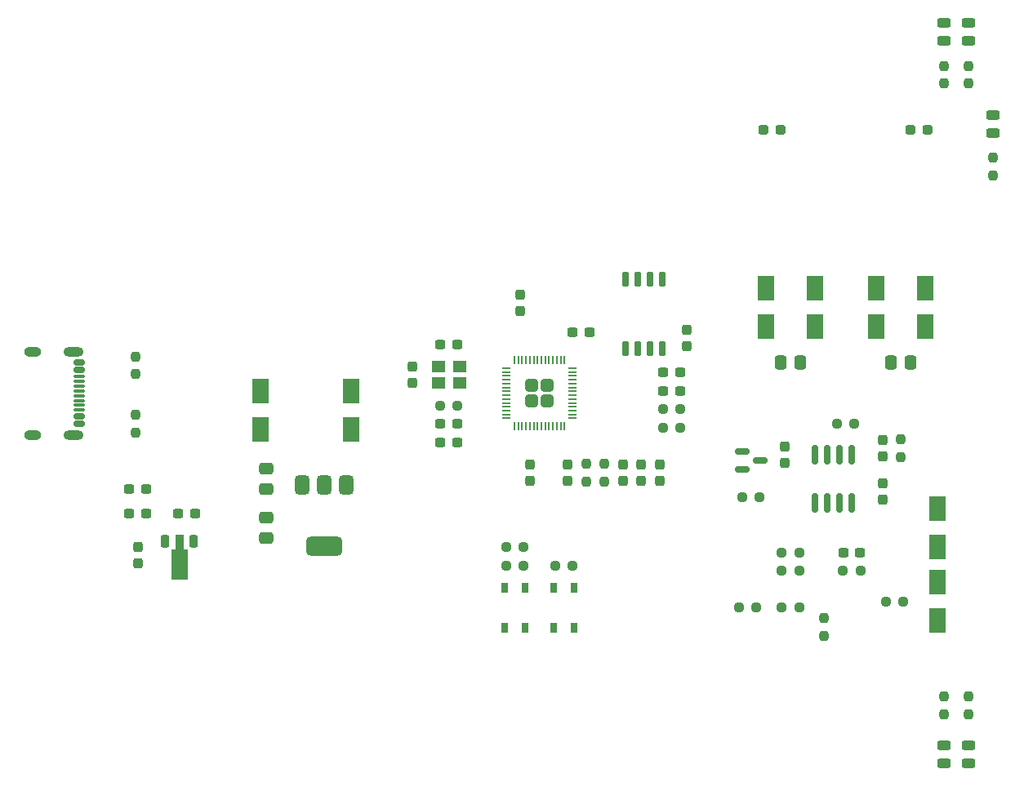
<source format=gbr>
%TF.GenerationSoftware,KiCad,Pcbnew,8.0.4*%
%TF.CreationDate,2024-08-14T20:41:30-04:00*%
%TF.ProjectId,RP2040_Euro_Power,52503230-3430-45f4-9575-726f5f506f77,rev?*%
%TF.SameCoordinates,Original*%
%TF.FileFunction,Paste,Top*%
%TF.FilePolarity,Positive*%
%FSLAX46Y46*%
G04 Gerber Fmt 4.6, Leading zero omitted, Abs format (unit mm)*
G04 Created by KiCad (PCBNEW 8.0.4) date 2024-08-14 20:41:30*
%MOMM*%
%LPD*%
G01*
G04 APERTURE LIST*
G04 Aperture macros list*
%AMRoundRect*
0 Rectangle with rounded corners*
0 $1 Rounding radius*
0 $2 $3 $4 $5 $6 $7 $8 $9 X,Y pos of 4 corners*
0 Add a 4 corners polygon primitive as box body*
4,1,4,$2,$3,$4,$5,$6,$7,$8,$9,$2,$3,0*
0 Add four circle primitives for the rounded corners*
1,1,$1+$1,$2,$3*
1,1,$1+$1,$4,$5*
1,1,$1+$1,$6,$7*
1,1,$1+$1,$8,$9*
0 Add four rect primitives between the rounded corners*
20,1,$1+$1,$2,$3,$4,$5,0*
20,1,$1+$1,$4,$5,$6,$7,0*
20,1,$1+$1,$6,$7,$8,$9,0*
20,1,$1+$1,$8,$9,$2,$3,0*%
%AMFreePoly0*
4,1,9,3.862500,-0.866500,0.737500,-0.866500,0.737500,-0.450000,-0.737500,-0.450000,-0.737500,0.450000,0.737500,0.450000,0.737500,0.866500,3.862500,0.866500,3.862500,-0.866500,3.862500,-0.866500,$1*%
G04 Aperture macros list end*
%ADD10RoundRect,0.237500X-0.300000X-0.237500X0.300000X-0.237500X0.300000X0.237500X-0.300000X0.237500X0*%
%ADD11RoundRect,0.237500X-0.250000X-0.237500X0.250000X-0.237500X0.250000X0.237500X-0.250000X0.237500X0*%
%ADD12RoundRect,0.250000X0.337500X0.475000X-0.337500X0.475000X-0.337500X-0.475000X0.337500X-0.475000X0*%
%ADD13RoundRect,0.243750X0.456250X-0.243750X0.456250X0.243750X-0.456250X0.243750X-0.456250X-0.243750X0*%
%ADD14RoundRect,0.150000X-0.150000X0.650000X-0.150000X-0.650000X0.150000X-0.650000X0.150000X0.650000X0*%
%ADD15R,0.647700X1.049020*%
%ADD16RoundRect,0.237500X0.237500X-0.250000X0.237500X0.250000X-0.237500X0.250000X-0.237500X-0.250000X0*%
%ADD17RoundRect,0.237500X-0.237500X0.300000X-0.237500X-0.300000X0.237500X-0.300000X0.237500X0.300000X0*%
%ADD18RoundRect,0.237500X0.237500X-0.300000X0.237500X0.300000X-0.237500X0.300000X-0.237500X-0.300000X0*%
%ADD19RoundRect,0.237500X0.300000X0.237500X-0.300000X0.237500X-0.300000X-0.237500X0.300000X-0.237500X0*%
%ADD20RoundRect,0.150000X-0.587500X-0.150000X0.587500X-0.150000X0.587500X0.150000X-0.587500X0.150000X0*%
%ADD21R,1.800000X2.500000*%
%ADD22RoundRect,0.237500X0.287500X0.237500X-0.287500X0.237500X-0.287500X-0.237500X0.287500X-0.237500X0*%
%ADD23RoundRect,0.150000X-0.150000X0.825000X-0.150000X-0.825000X0.150000X-0.825000X0.150000X0.825000X0*%
%ADD24RoundRect,0.237500X-0.287500X-0.237500X0.287500X-0.237500X0.287500X0.237500X-0.287500X0.237500X0*%
%ADD25RoundRect,0.375000X-0.375000X0.625000X-0.375000X-0.625000X0.375000X-0.625000X0.375000X0.625000X0*%
%ADD26RoundRect,0.500000X-1.400000X0.500000X-1.400000X-0.500000X1.400000X-0.500000X1.400000X0.500000X0*%
%ADD27RoundRect,0.237500X-0.237500X0.250000X-0.237500X-0.250000X0.237500X-0.250000X0.237500X0.250000X0*%
%ADD28RoundRect,0.237500X0.250000X0.237500X-0.250000X0.237500X-0.250000X-0.237500X0.250000X-0.237500X0*%
%ADD29RoundRect,0.250000X0.475000X-0.337500X0.475000X0.337500X-0.475000X0.337500X-0.475000X-0.337500X0*%
%ADD30RoundRect,0.225000X-0.225000X0.425000X-0.225000X-0.425000X0.225000X-0.425000X0.225000X0.425000X0*%
%ADD31FreePoly0,270.000000*%
%ADD32RoundRect,0.243750X-0.456250X0.243750X-0.456250X-0.243750X0.456250X-0.243750X0.456250X0.243750X0*%
%ADD33RoundRect,0.249999X-0.395001X0.395001X-0.395001X-0.395001X0.395001X-0.395001X0.395001X0.395001X0*%
%ADD34RoundRect,0.050000X-0.050000X0.387500X-0.050000X-0.387500X0.050000X-0.387500X0.050000X0.387500X0*%
%ADD35RoundRect,0.050000X-0.387500X0.050000X-0.387500X-0.050000X0.387500X-0.050000X0.387500X0.050000X0*%
%ADD36R,1.400000X1.200000*%
%ADD37RoundRect,0.250000X-0.475000X0.337500X-0.475000X-0.337500X0.475000X-0.337500X0.475000X0.337500X0*%
%ADD38RoundRect,0.150000X-0.425000X0.150000X-0.425000X-0.150000X0.425000X-0.150000X0.425000X0.150000X0*%
%ADD39RoundRect,0.075000X-0.500000X0.075000X-0.500000X-0.075000X0.500000X-0.075000X0.500000X0.075000X0*%
%ADD40O,2.100000X1.000000*%
%ADD41O,1.800000X1.000000*%
%ADD42RoundRect,0.250000X-0.337500X-0.475000X0.337500X-0.475000X0.337500X0.475000X-0.337500X0.475000X0*%
G04 APERTURE END LIST*
D10*
%TO.C,C21*%
X86438500Y-105618000D03*
X88163500Y-105618000D03*
%TD*%
D11*
%TO.C,R8*%
X159794500Y-96347000D03*
X161619500Y-96347000D03*
%TD*%
D12*
%TO.C,C6*%
X156029500Y-89997000D03*
X153954500Y-89997000D03*
%TD*%
D13*
%TO.C,D7*%
X173407000Y-131574500D03*
X173407000Y-129699500D03*
%TD*%
D11*
%TO.C,R1*%
X118646500Y-94442000D03*
X120471500Y-94442000D03*
%TD*%
D14*
%TO.C,U2*%
X141657000Y-81317000D03*
X140387000Y-81317000D03*
X139117000Y-81317000D03*
X137847000Y-81317000D03*
X137847000Y-88517000D03*
X139117000Y-88517000D03*
X140387000Y-88517000D03*
X141657000Y-88517000D03*
%TD*%
D15*
%TO.C,SW2*%
X130422580Y-117469640D03*
X130422580Y-113324360D03*
X132571420Y-117469640D03*
X132571420Y-113324360D03*
%TD*%
D16*
%TO.C,R14*%
X135688000Y-102339500D03*
X135688000Y-100514500D03*
%TD*%
D11*
%TO.C,R23*%
X164874500Y-114762000D03*
X166699500Y-114762000D03*
%TD*%
D17*
%TO.C,C13*%
X131878000Y-100564500D03*
X131878000Y-102289500D03*
%TD*%
%TO.C,C22*%
X164517000Y-98024500D03*
X164517000Y-99749500D03*
%TD*%
D18*
%TO.C,C14*%
X126925000Y-84636500D03*
X126925000Y-82911500D03*
%TD*%
D10*
%TO.C,C15*%
X141810500Y-92918000D03*
X143535500Y-92918000D03*
%TD*%
D19*
%TO.C,C20*%
X93243500Y-105618000D03*
X91518500Y-105618000D03*
%TD*%
D18*
%TO.C,C19*%
X164517000Y-104194500D03*
X164517000Y-102469500D03*
%TD*%
D20*
%TO.C,U101*%
X149942000Y-99207000D03*
X149942000Y-101107000D03*
X151817000Y-100157000D03*
%TD*%
D19*
%TO.C,C11*%
X120421500Y-96347000D03*
X118696500Y-96347000D03*
%TD*%
D11*
%TO.C,R5*%
X154079500Y-111587000D03*
X155904500Y-111587000D03*
%TD*%
%TO.C,R26*%
X154079500Y-109682000D03*
X155904500Y-109682000D03*
%TD*%
D17*
%TO.C,C25*%
X154357000Y-98659500D03*
X154357000Y-100384500D03*
%TD*%
D21*
%TO.C,D4*%
X152452000Y-82282000D03*
X152452000Y-86282000D03*
%TD*%
D22*
%TO.C,FB1*%
X169202000Y-65867000D03*
X167452000Y-65867000D03*
%TD*%
D23*
%TO.C,U7*%
X161342000Y-99587000D03*
X160072000Y-99587000D03*
X158802000Y-99587000D03*
X157532000Y-99587000D03*
X157532000Y-104537000D03*
X158802000Y-104537000D03*
X160072000Y-104537000D03*
X161342000Y-104537000D03*
%TD*%
D21*
%TO.C,D13*%
X157532000Y-82282000D03*
X157532000Y-86282000D03*
%TD*%
D11*
%TO.C,R2*%
X160429500Y-111587000D03*
X162254500Y-111587000D03*
%TD*%
D15*
%TO.C,SW1*%
X125342580Y-117469640D03*
X125342580Y-113324360D03*
X127491420Y-117469640D03*
X127491420Y-113324360D03*
%TD*%
D11*
%TO.C,R24*%
X149634500Y-115397000D03*
X151459500Y-115397000D03*
%TD*%
D16*
%TO.C,R16*%
X170867000Y-126469500D03*
X170867000Y-124644500D03*
%TD*%
D24*
%TO.C,FB2*%
X152212000Y-65867000D03*
X153962000Y-65867000D03*
%TD*%
D17*
%TO.C,C16*%
X141403000Y-100564500D03*
X141403000Y-102289500D03*
%TD*%
D25*
%TO.C,U4*%
X108905000Y-102722000D03*
X106605000Y-102722000D03*
D26*
X106605000Y-109022000D03*
D25*
X104305000Y-102722000D03*
%TD*%
D10*
%TO.C,C9*%
X132412500Y-86822000D03*
X134137500Y-86822000D03*
%TD*%
D11*
%TO.C,R21*%
X154079500Y-115397000D03*
X155904500Y-115397000D03*
%TD*%
D27*
%TO.C,R18*%
X173407000Y-59239500D03*
X173407000Y-61064500D03*
%TD*%
D28*
%TO.C,R4*%
X127329500Y-111079000D03*
X125504500Y-111079000D03*
%TD*%
D21*
%TO.C,D3*%
X168962000Y-86282000D03*
X168962000Y-82282000D03*
%TD*%
D11*
%TO.C,R11*%
X141760500Y-96728000D03*
X143585500Y-96728000D03*
%TD*%
D17*
%TO.C,C24*%
X87301000Y-109073500D03*
X87301000Y-110798500D03*
%TD*%
D11*
%TO.C,R10*%
X141760500Y-94823000D03*
X143585500Y-94823000D03*
%TD*%
D21*
%TO.C,D1*%
X170232000Y-105142000D03*
X170232000Y-109142000D03*
%TD*%
%TO.C,D5*%
X100001000Y-96950000D03*
X100001000Y-92950000D03*
%TD*%
%TO.C,D11*%
X163882000Y-86282000D03*
X163882000Y-82282000D03*
%TD*%
D27*
%TO.C,R20*%
X170867000Y-59239500D03*
X170867000Y-61064500D03*
%TD*%
%TO.C,R13*%
X87047000Y-95434500D03*
X87047000Y-97259500D03*
%TD*%
D29*
%TO.C,C8*%
X100636000Y-108179500D03*
X100636000Y-106104500D03*
%TD*%
D17*
%TO.C,C12*%
X127941000Y-100564500D03*
X127941000Y-102289500D03*
%TD*%
D30*
%TO.C,U1*%
X93119000Y-108494000D03*
D31*
X91619000Y-108581500D03*
D30*
X90119000Y-108494000D03*
%TD*%
D32*
%TO.C,D2*%
X170867000Y-129699500D03*
X170867000Y-131574500D03*
%TD*%
D33*
%TO.C,U5*%
X129757000Y-92372000D03*
X128157000Y-92372000D03*
X129757000Y-93972000D03*
X128157000Y-93972000D03*
D34*
X131557000Y-89734500D03*
X131157000Y-89734500D03*
X130757000Y-89734500D03*
X130357000Y-89734500D03*
X129957000Y-89734500D03*
X129557000Y-89734500D03*
X129157000Y-89734500D03*
X128757000Y-89734500D03*
X128357000Y-89734500D03*
X127957000Y-89734500D03*
X127557000Y-89734500D03*
X127157000Y-89734500D03*
X126757000Y-89734500D03*
X126357000Y-89734500D03*
D35*
X125519500Y-90572000D03*
X125519500Y-90972000D03*
X125519500Y-91372000D03*
X125519500Y-91772000D03*
X125519500Y-92172000D03*
X125519500Y-92572000D03*
X125519500Y-92972000D03*
X125519500Y-93372000D03*
X125519500Y-93772000D03*
X125519500Y-94172000D03*
X125519500Y-94572000D03*
X125519500Y-94972000D03*
X125519500Y-95372000D03*
X125519500Y-95772000D03*
D34*
X126357000Y-96609500D03*
X126757000Y-96609500D03*
X127157000Y-96609500D03*
X127557000Y-96609500D03*
X127957000Y-96609500D03*
X128357000Y-96609500D03*
X128757000Y-96609500D03*
X129157000Y-96609500D03*
X129557000Y-96609500D03*
X129957000Y-96609500D03*
X130357000Y-96609500D03*
X130757000Y-96609500D03*
X131157000Y-96609500D03*
X131557000Y-96609500D03*
D35*
X132394500Y-95772000D03*
X132394500Y-95372000D03*
X132394500Y-94972000D03*
X132394500Y-94572000D03*
X132394500Y-94172000D03*
X132394500Y-93772000D03*
X132394500Y-93372000D03*
X132394500Y-92972000D03*
X132394500Y-92572000D03*
X132394500Y-92172000D03*
X132394500Y-91772000D03*
X132394500Y-91372000D03*
X132394500Y-90972000D03*
X132394500Y-90572000D03*
%TD*%
D17*
%TO.C,C10*%
X139498000Y-100564500D03*
X139498000Y-102289500D03*
%TD*%
D36*
%TO.C,Y1*%
X120659000Y-90417000D03*
X118459000Y-90417000D03*
X118459000Y-92117000D03*
X120659000Y-92117000D03*
%TD*%
D17*
%TO.C,C2*%
X115749000Y-90404500D03*
X115749000Y-92129500D03*
%TD*%
D27*
%TO.C,R15*%
X133783000Y-100514500D03*
X133783000Y-102339500D03*
%TD*%
D16*
%TO.C,R17*%
X173407000Y-126469500D03*
X173407000Y-124644500D03*
%TD*%
D18*
%TO.C,C3*%
X144197000Y-88319500D03*
X144197000Y-86594500D03*
%TD*%
D10*
%TO.C,C1*%
X118696500Y-88092000D03*
X120421500Y-88092000D03*
%TD*%
%TO.C,C23*%
X86438500Y-103078000D03*
X88163500Y-103078000D03*
%TD*%
D19*
%TO.C,C17*%
X120421500Y-98252000D03*
X118696500Y-98252000D03*
%TD*%
%TO.C,C18*%
X143535500Y-91013000D03*
X141810500Y-91013000D03*
%TD*%
D13*
%TO.C,D10*%
X170867000Y-56644500D03*
X170867000Y-54769500D03*
%TD*%
D28*
%TO.C,R6*%
X132409500Y-111079000D03*
X130584500Y-111079000D03*
%TD*%
D27*
%TO.C,R7*%
X166422000Y-97974500D03*
X166422000Y-99799500D03*
%TD*%
D16*
%TO.C,R12*%
X87047000Y-91187000D03*
X87047000Y-89362000D03*
%TD*%
D28*
%TO.C,R3*%
X127329500Y-109139000D03*
X125504500Y-109139000D03*
%TD*%
D10*
%TO.C,C26*%
X160479500Y-109682000D03*
X162204500Y-109682000D03*
%TD*%
D16*
%TO.C,R22*%
X158421000Y-118341500D03*
X158421000Y-116516500D03*
%TD*%
D37*
%TO.C,C7*%
X100636000Y-101024500D03*
X100636000Y-103099500D03*
%TD*%
D13*
%TO.C,D9*%
X175947000Y-66169500D03*
X175947000Y-64294500D03*
%TD*%
D21*
%TO.C,D6*%
X109399000Y-96950000D03*
X109399000Y-92950000D03*
%TD*%
D17*
%TO.C,C4*%
X137593000Y-100564500D03*
X137593000Y-102289500D03*
%TD*%
D28*
%TO.C,R9*%
X151792000Y-103967000D03*
X149967000Y-103967000D03*
%TD*%
D38*
%TO.C,J4*%
X81202000Y-89972000D03*
X81202000Y-90772000D03*
D39*
X81202000Y-91922000D03*
X81202000Y-92922000D03*
X81202000Y-93422000D03*
X81202000Y-94422000D03*
D38*
X81202000Y-95572000D03*
X81202000Y-96372000D03*
X81202000Y-96372000D03*
X81202000Y-95572000D03*
D39*
X81202000Y-94922000D03*
X81202000Y-93922000D03*
X81202000Y-92422000D03*
X81202000Y-91422000D03*
D38*
X81202000Y-90772000D03*
X81202000Y-89972000D03*
D40*
X80627000Y-88852000D03*
D41*
X76447000Y-88852000D03*
D40*
X80627000Y-97492000D03*
D41*
X76447000Y-97492000D03*
%TD*%
D42*
%TO.C,C5*%
X165384500Y-89997000D03*
X167459500Y-89997000D03*
%TD*%
D21*
%TO.C,D12*%
X170232000Y-112762000D03*
X170232000Y-116762000D03*
%TD*%
D13*
%TO.C,D8*%
X173407000Y-56644500D03*
X173407000Y-54769500D03*
%TD*%
D27*
%TO.C,R19*%
X175947000Y-68764500D03*
X175947000Y-70589500D03*
%TD*%
M02*

</source>
